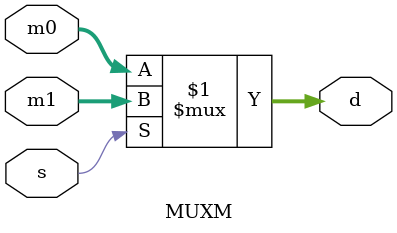
<source format=sv>
module MUXM(input logic [23:0] m0,m1,
			  input logic s,
			  output logic [23:0] d);
			  
	assign d = s ? m1:m0;
	
endmodule

</source>
